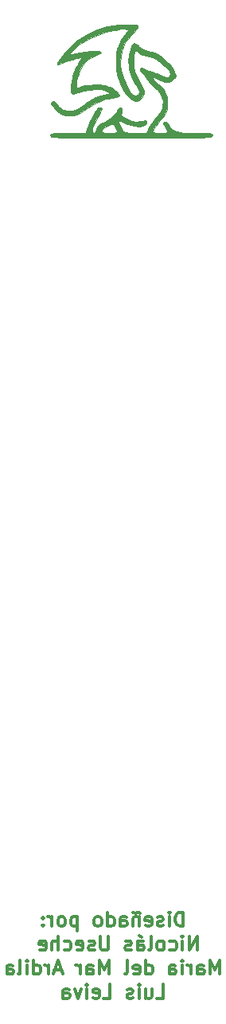
<source format=gbr>
G04 #@! TF.GenerationSoftware,KiCad,Pcbnew,(5.1.0)-1*
G04 #@! TF.CreationDate,2020-01-25T11:11:20-05:00*
G04 #@! TF.ProjectId,XLR8_V2,584c5238-5f56-4322-9e6b-696361645f70,rev?*
G04 #@! TF.SameCoordinates,Original*
G04 #@! TF.FileFunction,Legend,Bot*
G04 #@! TF.FilePolarity,Positive*
%FSLAX46Y46*%
G04 Gerber Fmt 4.6, Leading zero omitted, Abs format (unit mm)*
G04 Created by KiCad (PCBNEW (5.1.0)-1) date 2020-01-25 11:11:20*
%MOMM*%
%LPD*%
G04 APERTURE LIST*
%ADD10C,0.300000*%
%ADD11C,0.010000*%
G04 APERTURE END LIST*
D10*
X113964285Y-225103571D02*
X113964285Y-223603571D01*
X113607142Y-223603571D01*
X113392857Y-223675000D01*
X113250000Y-223817857D01*
X113178571Y-223960714D01*
X113107142Y-224246428D01*
X113107142Y-224460714D01*
X113178571Y-224746428D01*
X113250000Y-224889285D01*
X113392857Y-225032142D01*
X113607142Y-225103571D01*
X113964285Y-225103571D01*
X112464285Y-225103571D02*
X112464285Y-224103571D01*
X112464285Y-223603571D02*
X112535714Y-223675000D01*
X112464285Y-223746428D01*
X112392857Y-223675000D01*
X112464285Y-223603571D01*
X112464285Y-223746428D01*
X111821428Y-225032142D02*
X111678571Y-225103571D01*
X111392857Y-225103571D01*
X111250000Y-225032142D01*
X111178571Y-224889285D01*
X111178571Y-224817857D01*
X111250000Y-224675000D01*
X111392857Y-224603571D01*
X111607142Y-224603571D01*
X111750000Y-224532142D01*
X111821428Y-224389285D01*
X111821428Y-224317857D01*
X111750000Y-224175000D01*
X111607142Y-224103571D01*
X111392857Y-224103571D01*
X111250000Y-224175000D01*
X109964285Y-225032142D02*
X110107142Y-225103571D01*
X110392857Y-225103571D01*
X110535714Y-225032142D01*
X110607142Y-224889285D01*
X110607142Y-224317857D01*
X110535714Y-224175000D01*
X110392857Y-224103571D01*
X110107142Y-224103571D01*
X109964285Y-224175000D01*
X109892857Y-224317857D01*
X109892857Y-224460714D01*
X110607142Y-224603571D01*
X109250000Y-224103571D02*
X109250000Y-225103571D01*
X109250000Y-224246428D02*
X109178571Y-224175000D01*
X109035714Y-224103571D01*
X108821428Y-224103571D01*
X108678571Y-224175000D01*
X108607142Y-224317857D01*
X108607142Y-225103571D01*
X109321428Y-223746428D02*
X109250000Y-223675000D01*
X109107142Y-223603571D01*
X108821428Y-223746428D01*
X108678571Y-223675000D01*
X108607142Y-223603571D01*
X107250000Y-225103571D02*
X107250000Y-224317857D01*
X107321428Y-224175000D01*
X107464285Y-224103571D01*
X107750000Y-224103571D01*
X107892857Y-224175000D01*
X107250000Y-225032142D02*
X107392857Y-225103571D01*
X107750000Y-225103571D01*
X107892857Y-225032142D01*
X107964285Y-224889285D01*
X107964285Y-224746428D01*
X107892857Y-224603571D01*
X107750000Y-224532142D01*
X107392857Y-224532142D01*
X107250000Y-224460714D01*
X105892857Y-225103571D02*
X105892857Y-223603571D01*
X105892857Y-225032142D02*
X106035714Y-225103571D01*
X106321428Y-225103571D01*
X106464285Y-225032142D01*
X106535714Y-224960714D01*
X106607142Y-224817857D01*
X106607142Y-224389285D01*
X106535714Y-224246428D01*
X106464285Y-224175000D01*
X106321428Y-224103571D01*
X106035714Y-224103571D01*
X105892857Y-224175000D01*
X104964285Y-225103571D02*
X105107142Y-225032142D01*
X105178571Y-224960714D01*
X105250000Y-224817857D01*
X105250000Y-224389285D01*
X105178571Y-224246428D01*
X105107142Y-224175000D01*
X104964285Y-224103571D01*
X104750000Y-224103571D01*
X104607142Y-224175000D01*
X104535714Y-224246428D01*
X104464285Y-224389285D01*
X104464285Y-224817857D01*
X104535714Y-224960714D01*
X104607142Y-225032142D01*
X104750000Y-225103571D01*
X104964285Y-225103571D01*
X102678571Y-224103571D02*
X102678571Y-225603571D01*
X102678571Y-224175000D02*
X102535714Y-224103571D01*
X102250000Y-224103571D01*
X102107142Y-224175000D01*
X102035714Y-224246428D01*
X101964285Y-224389285D01*
X101964285Y-224817857D01*
X102035714Y-224960714D01*
X102107142Y-225032142D01*
X102250000Y-225103571D01*
X102535714Y-225103571D01*
X102678571Y-225032142D01*
X101107142Y-225103571D02*
X101250000Y-225032142D01*
X101321428Y-224960714D01*
X101392857Y-224817857D01*
X101392857Y-224389285D01*
X101321428Y-224246428D01*
X101250000Y-224175000D01*
X101107142Y-224103571D01*
X100892857Y-224103571D01*
X100750000Y-224175000D01*
X100678571Y-224246428D01*
X100607142Y-224389285D01*
X100607142Y-224817857D01*
X100678571Y-224960714D01*
X100750000Y-225032142D01*
X100892857Y-225103571D01*
X101107142Y-225103571D01*
X99964285Y-225103571D02*
X99964285Y-224103571D01*
X99964285Y-224389285D02*
X99892857Y-224246428D01*
X99821428Y-224175000D01*
X99678571Y-224103571D01*
X99535714Y-224103571D01*
X99035714Y-224960714D02*
X98964285Y-225032142D01*
X99035714Y-225103571D01*
X99107142Y-225032142D01*
X99035714Y-224960714D01*
X99035714Y-225103571D01*
X99035714Y-224175000D02*
X98964285Y-224246428D01*
X99035714Y-224317857D01*
X99107142Y-224246428D01*
X99035714Y-224175000D01*
X99035714Y-224317857D01*
X115428571Y-227653571D02*
X115428571Y-226153571D01*
X114571428Y-227653571D01*
X114571428Y-226153571D01*
X113857142Y-227653571D02*
X113857142Y-226653571D01*
X113857142Y-226153571D02*
X113928571Y-226225000D01*
X113857142Y-226296428D01*
X113785714Y-226225000D01*
X113857142Y-226153571D01*
X113857142Y-226296428D01*
X112500000Y-227582142D02*
X112642857Y-227653571D01*
X112928571Y-227653571D01*
X113071428Y-227582142D01*
X113142857Y-227510714D01*
X113214285Y-227367857D01*
X113214285Y-226939285D01*
X113142857Y-226796428D01*
X113071428Y-226725000D01*
X112928571Y-226653571D01*
X112642857Y-226653571D01*
X112500000Y-226725000D01*
X111642857Y-227653571D02*
X111785714Y-227582142D01*
X111857142Y-227510714D01*
X111928571Y-227367857D01*
X111928571Y-226939285D01*
X111857142Y-226796428D01*
X111785714Y-226725000D01*
X111642857Y-226653571D01*
X111428571Y-226653571D01*
X111285714Y-226725000D01*
X111214285Y-226796428D01*
X111142857Y-226939285D01*
X111142857Y-227367857D01*
X111214285Y-227510714D01*
X111285714Y-227582142D01*
X111428571Y-227653571D01*
X111642857Y-227653571D01*
X110285714Y-227653571D02*
X110428571Y-227582142D01*
X110500000Y-227439285D01*
X110500000Y-226153571D01*
X109071428Y-227653571D02*
X109071428Y-226867857D01*
X109142857Y-226725000D01*
X109285714Y-226653571D01*
X109571428Y-226653571D01*
X109714285Y-226725000D01*
X109071428Y-227582142D02*
X109214285Y-227653571D01*
X109571428Y-227653571D01*
X109714285Y-227582142D01*
X109785714Y-227439285D01*
X109785714Y-227296428D01*
X109714285Y-227153571D01*
X109571428Y-227082142D01*
X109214285Y-227082142D01*
X109071428Y-227010714D01*
X109285714Y-226082142D02*
X109500000Y-226296428D01*
X108428571Y-227582142D02*
X108285714Y-227653571D01*
X108000000Y-227653571D01*
X107857142Y-227582142D01*
X107785714Y-227439285D01*
X107785714Y-227367857D01*
X107857142Y-227225000D01*
X108000000Y-227153571D01*
X108214285Y-227153571D01*
X108357142Y-227082142D01*
X108428571Y-226939285D01*
X108428571Y-226867857D01*
X108357142Y-226725000D01*
X108214285Y-226653571D01*
X108000000Y-226653571D01*
X107857142Y-226725000D01*
X106000000Y-226153571D02*
X106000000Y-227367857D01*
X105928571Y-227510714D01*
X105857142Y-227582142D01*
X105714285Y-227653571D01*
X105428571Y-227653571D01*
X105285714Y-227582142D01*
X105214285Y-227510714D01*
X105142857Y-227367857D01*
X105142857Y-226153571D01*
X104500000Y-227582142D02*
X104357142Y-227653571D01*
X104071428Y-227653571D01*
X103928571Y-227582142D01*
X103857142Y-227439285D01*
X103857142Y-227367857D01*
X103928571Y-227225000D01*
X104071428Y-227153571D01*
X104285714Y-227153571D01*
X104428571Y-227082142D01*
X104500000Y-226939285D01*
X104500000Y-226867857D01*
X104428571Y-226725000D01*
X104285714Y-226653571D01*
X104071428Y-226653571D01*
X103928571Y-226725000D01*
X102642857Y-227582142D02*
X102785714Y-227653571D01*
X103071428Y-227653571D01*
X103214285Y-227582142D01*
X103285714Y-227439285D01*
X103285714Y-226867857D01*
X103214285Y-226725000D01*
X103071428Y-226653571D01*
X102785714Y-226653571D01*
X102642857Y-226725000D01*
X102571428Y-226867857D01*
X102571428Y-227010714D01*
X103285714Y-227153571D01*
X101285714Y-227582142D02*
X101428571Y-227653571D01*
X101714285Y-227653571D01*
X101857142Y-227582142D01*
X101928571Y-227510714D01*
X102000000Y-227367857D01*
X102000000Y-226939285D01*
X101928571Y-226796428D01*
X101857142Y-226725000D01*
X101714285Y-226653571D01*
X101428571Y-226653571D01*
X101285714Y-226725000D01*
X100642857Y-227653571D02*
X100642857Y-226153571D01*
X100000000Y-227653571D02*
X100000000Y-226867857D01*
X100071428Y-226725000D01*
X100214285Y-226653571D01*
X100428571Y-226653571D01*
X100571428Y-226725000D01*
X100642857Y-226796428D01*
X98714285Y-227582142D02*
X98857142Y-227653571D01*
X99142857Y-227653571D01*
X99285714Y-227582142D01*
X99357142Y-227439285D01*
X99357142Y-226867857D01*
X99285714Y-226725000D01*
X99142857Y-226653571D01*
X98857142Y-226653571D01*
X98714285Y-226725000D01*
X98642857Y-226867857D01*
X98642857Y-227010714D01*
X99357142Y-227153571D01*
X117821428Y-230203571D02*
X117821428Y-228703571D01*
X117321428Y-229775000D01*
X116821428Y-228703571D01*
X116821428Y-230203571D01*
X115464285Y-230203571D02*
X115464285Y-229417857D01*
X115535714Y-229275000D01*
X115678571Y-229203571D01*
X115964285Y-229203571D01*
X116107142Y-229275000D01*
X115464285Y-230132142D02*
X115607142Y-230203571D01*
X115964285Y-230203571D01*
X116107142Y-230132142D01*
X116178571Y-229989285D01*
X116178571Y-229846428D01*
X116107142Y-229703571D01*
X115964285Y-229632142D01*
X115607142Y-229632142D01*
X115464285Y-229560714D01*
X114750000Y-230203571D02*
X114750000Y-229203571D01*
X114750000Y-229489285D02*
X114678571Y-229346428D01*
X114607142Y-229275000D01*
X114464285Y-229203571D01*
X114321428Y-229203571D01*
X113821428Y-230203571D02*
X113821428Y-229203571D01*
X113821428Y-228703571D02*
X113892857Y-228775000D01*
X113821428Y-228846428D01*
X113750000Y-228775000D01*
X113821428Y-228703571D01*
X113821428Y-228846428D01*
X112464285Y-230203571D02*
X112464285Y-229417857D01*
X112535714Y-229275000D01*
X112678571Y-229203571D01*
X112964285Y-229203571D01*
X113107142Y-229275000D01*
X112464285Y-230132142D02*
X112607142Y-230203571D01*
X112964285Y-230203571D01*
X113107142Y-230132142D01*
X113178571Y-229989285D01*
X113178571Y-229846428D01*
X113107142Y-229703571D01*
X112964285Y-229632142D01*
X112607142Y-229632142D01*
X112464285Y-229560714D01*
X109964285Y-230203571D02*
X109964285Y-228703571D01*
X109964285Y-230132142D02*
X110107142Y-230203571D01*
X110392857Y-230203571D01*
X110535714Y-230132142D01*
X110607142Y-230060714D01*
X110678571Y-229917857D01*
X110678571Y-229489285D01*
X110607142Y-229346428D01*
X110535714Y-229275000D01*
X110392857Y-229203571D01*
X110107142Y-229203571D01*
X109964285Y-229275000D01*
X108678571Y-230132142D02*
X108821428Y-230203571D01*
X109107142Y-230203571D01*
X109250000Y-230132142D01*
X109321428Y-229989285D01*
X109321428Y-229417857D01*
X109250000Y-229275000D01*
X109107142Y-229203571D01*
X108821428Y-229203571D01*
X108678571Y-229275000D01*
X108607142Y-229417857D01*
X108607142Y-229560714D01*
X109321428Y-229703571D01*
X107750000Y-230203571D02*
X107892857Y-230132142D01*
X107964285Y-229989285D01*
X107964285Y-228703571D01*
X106035714Y-230203571D02*
X106035714Y-228703571D01*
X105535714Y-229775000D01*
X105035714Y-228703571D01*
X105035714Y-230203571D01*
X103678571Y-230203571D02*
X103678571Y-229417857D01*
X103750000Y-229275000D01*
X103892857Y-229203571D01*
X104178571Y-229203571D01*
X104321428Y-229275000D01*
X103678571Y-230132142D02*
X103821428Y-230203571D01*
X104178571Y-230203571D01*
X104321428Y-230132142D01*
X104392857Y-229989285D01*
X104392857Y-229846428D01*
X104321428Y-229703571D01*
X104178571Y-229632142D01*
X103821428Y-229632142D01*
X103678571Y-229560714D01*
X102964285Y-230203571D02*
X102964285Y-229203571D01*
X102964285Y-229489285D02*
X102892857Y-229346428D01*
X102821428Y-229275000D01*
X102678571Y-229203571D01*
X102535714Y-229203571D01*
X100964285Y-229775000D02*
X100250000Y-229775000D01*
X101107142Y-230203571D02*
X100607142Y-228703571D01*
X100107142Y-230203571D01*
X99607142Y-230203571D02*
X99607142Y-229203571D01*
X99607142Y-229489285D02*
X99535714Y-229346428D01*
X99464285Y-229275000D01*
X99321428Y-229203571D01*
X99178571Y-229203571D01*
X98035714Y-230203571D02*
X98035714Y-228703571D01*
X98035714Y-230132142D02*
X98178571Y-230203571D01*
X98464285Y-230203571D01*
X98607142Y-230132142D01*
X98678571Y-230060714D01*
X98750000Y-229917857D01*
X98750000Y-229489285D01*
X98678571Y-229346428D01*
X98607142Y-229275000D01*
X98464285Y-229203571D01*
X98178571Y-229203571D01*
X98035714Y-229275000D01*
X97321428Y-230203571D02*
X97321428Y-229203571D01*
X97321428Y-228703571D02*
X97392857Y-228775000D01*
X97321428Y-228846428D01*
X97250000Y-228775000D01*
X97321428Y-228703571D01*
X97321428Y-228846428D01*
X96392857Y-230203571D02*
X96535714Y-230132142D01*
X96607142Y-229989285D01*
X96607142Y-228703571D01*
X95178571Y-230203571D02*
X95178571Y-229417857D01*
X95250000Y-229275000D01*
X95392857Y-229203571D01*
X95678571Y-229203571D01*
X95821428Y-229275000D01*
X95178571Y-230132142D02*
X95321428Y-230203571D01*
X95678571Y-230203571D01*
X95821428Y-230132142D01*
X95892857Y-229989285D01*
X95892857Y-229846428D01*
X95821428Y-229703571D01*
X95678571Y-229632142D01*
X95321428Y-229632142D01*
X95178571Y-229560714D01*
X111107142Y-232753571D02*
X111821428Y-232753571D01*
X111821428Y-231253571D01*
X109964285Y-231753571D02*
X109964285Y-232753571D01*
X110607142Y-231753571D02*
X110607142Y-232539285D01*
X110535714Y-232682142D01*
X110392857Y-232753571D01*
X110178571Y-232753571D01*
X110035714Y-232682142D01*
X109964285Y-232610714D01*
X109250000Y-232753571D02*
X109250000Y-231753571D01*
X109250000Y-231253571D02*
X109321428Y-231325000D01*
X109250000Y-231396428D01*
X109178571Y-231325000D01*
X109250000Y-231253571D01*
X109250000Y-231396428D01*
X108607142Y-232682142D02*
X108464285Y-232753571D01*
X108178571Y-232753571D01*
X108035714Y-232682142D01*
X107964285Y-232539285D01*
X107964285Y-232467857D01*
X108035714Y-232325000D01*
X108178571Y-232253571D01*
X108392857Y-232253571D01*
X108535714Y-232182142D01*
X108607142Y-232039285D01*
X108607142Y-231967857D01*
X108535714Y-231825000D01*
X108392857Y-231753571D01*
X108178571Y-231753571D01*
X108035714Y-231825000D01*
X105464285Y-232753571D02*
X106178571Y-232753571D01*
X106178571Y-231253571D01*
X104392857Y-232682142D02*
X104535714Y-232753571D01*
X104821428Y-232753571D01*
X104964285Y-232682142D01*
X105035714Y-232539285D01*
X105035714Y-231967857D01*
X104964285Y-231825000D01*
X104821428Y-231753571D01*
X104535714Y-231753571D01*
X104392857Y-231825000D01*
X104321428Y-231967857D01*
X104321428Y-232110714D01*
X105035714Y-232253571D01*
X103678571Y-232753571D02*
X103678571Y-231753571D01*
X103678571Y-231253571D02*
X103750000Y-231325000D01*
X103678571Y-231396428D01*
X103607142Y-231325000D01*
X103678571Y-231253571D01*
X103678571Y-231396428D01*
X103107142Y-231753571D02*
X102750000Y-232753571D01*
X102392857Y-231753571D01*
X101178571Y-232753571D02*
X101178571Y-231967857D01*
X101250000Y-231825000D01*
X101392857Y-231753571D01*
X101678571Y-231753571D01*
X101821428Y-231825000D01*
X101178571Y-232682142D02*
X101321428Y-232753571D01*
X101678571Y-232753571D01*
X101821428Y-232682142D01*
X101892857Y-232539285D01*
X101892857Y-232396428D01*
X101821428Y-232253571D01*
X101678571Y-232182142D01*
X101321428Y-232182142D01*
X101178571Y-232110714D01*
D11*
G36*
X108729034Y-129209293D02*
G01*
X108926466Y-129231001D01*
X109042875Y-129269309D01*
X109107661Y-129327683D01*
X109113370Y-129336212D01*
X109138801Y-129424552D01*
X109096962Y-129540509D01*
X108970774Y-129710851D01*
X108743159Y-129962344D01*
X108654207Y-130055879D01*
X108304598Y-130430522D01*
X108049210Y-130734084D01*
X107858076Y-131010598D01*
X107701231Y-131304097D01*
X107548708Y-131658614D01*
X107527808Y-131711040D01*
X107299723Y-132509256D01*
X107239470Y-133329473D01*
X107347027Y-134172091D01*
X107377888Y-134301449D01*
X107551776Y-134858692D01*
X107789592Y-135441367D01*
X108063137Y-135988098D01*
X108344214Y-136437506D01*
X108383568Y-136490484D01*
X108616123Y-136702136D01*
X108863345Y-136774710D01*
X109089674Y-136703861D01*
X109200864Y-136590395D01*
X109271713Y-136423735D01*
X109252537Y-136226225D01*
X109134088Y-135968534D01*
X108907116Y-135621332D01*
X108885825Y-135591377D01*
X108617725Y-135169324D01*
X108421441Y-134737296D01*
X108272717Y-134234605D01*
X108193428Y-133859121D01*
X108134127Y-133509647D01*
X108110355Y-133229385D01*
X108122430Y-132949311D01*
X108170668Y-132600400D01*
X108199996Y-132427047D01*
X108311254Y-131884468D01*
X108430424Y-131502277D01*
X108561300Y-131271575D01*
X108707676Y-131183467D01*
X108730991Y-131182000D01*
X108870611Y-131239466D01*
X109069304Y-131387185D01*
X109210081Y-131519042D01*
X109530758Y-131780519D01*
X109933375Y-131977711D01*
X110455976Y-132128057D01*
X110608666Y-132160137D01*
X111114218Y-132330174D01*
X111615873Y-132623545D01*
X112020874Y-132971993D01*
X112254211Y-133205702D01*
X112477238Y-133413559D01*
X112591449Y-133510333D01*
X112746994Y-133694799D01*
X112905416Y-133986037D01*
X112992758Y-134201794D01*
X113089534Y-134487689D01*
X113129615Y-134667328D01*
X113115730Y-134793017D01*
X113050605Y-134917064D01*
X113031588Y-134946406D01*
X112773465Y-135196720D01*
X112424869Y-135317257D01*
X112005847Y-135306533D01*
X111536443Y-135163065D01*
X111344762Y-135071189D01*
X111014432Y-134914941D01*
X110784652Y-134842345D01*
X110667645Y-134852196D01*
X110675638Y-134943293D01*
X110820854Y-135114430D01*
X110828710Y-135121987D01*
X111061184Y-135332762D01*
X111335725Y-135566162D01*
X111435945Y-135647407D01*
X111705836Y-135923250D01*
X111950694Y-136279559D01*
X112015357Y-136401228D01*
X112142079Y-136690873D01*
X112214070Y-136957462D01*
X112245604Y-137271469D01*
X112251267Y-137566154D01*
X112243147Y-137904903D01*
X112207270Y-138188652D01*
X112128606Y-138450573D01*
X111992120Y-138723837D01*
X111782779Y-139041617D01*
X111485551Y-139437084D01*
X111291302Y-139684398D01*
X111005301Y-140053094D01*
X110820298Y-140314988D01*
X110726542Y-140491374D01*
X110714284Y-140603546D01*
X110773774Y-140672800D01*
X110827258Y-140697941D01*
X110986308Y-140728045D01*
X111239282Y-140744746D01*
X111539901Y-140748913D01*
X111841892Y-140741413D01*
X112098976Y-140723114D01*
X112264880Y-140694884D01*
X112302000Y-140670292D01*
X112260232Y-140560480D01*
X112152147Y-140357910D01*
X112039184Y-140168470D01*
X111906902Y-139927146D01*
X111834403Y-139736638D01*
X111832515Y-139654844D01*
X111968484Y-139561836D01*
X112148914Y-139606305D01*
X112340468Y-139775323D01*
X112416955Y-139881500D01*
X112596224Y-140142644D01*
X112777872Y-140345355D01*
X112985832Y-140496972D01*
X113244042Y-140604841D01*
X113576436Y-140676302D01*
X114006949Y-140718699D01*
X114559517Y-140739373D01*
X115233799Y-140745617D01*
X115815400Y-140749068D01*
X116249791Y-140757498D01*
X116559066Y-140772581D01*
X116765315Y-140795991D01*
X116890631Y-140829403D01*
X116957106Y-140874489D01*
X116958666Y-140876333D01*
X117021385Y-141011846D01*
X116958666Y-141130333D01*
X116925757Y-141151349D01*
X116857605Y-141169956D01*
X116744633Y-141186296D01*
X116577262Y-141200511D01*
X116345914Y-141212744D01*
X116041010Y-141223136D01*
X115652972Y-141231831D01*
X115172222Y-141238970D01*
X114589182Y-141244695D01*
X113894273Y-141249150D01*
X113077917Y-141252475D01*
X112130536Y-141254814D01*
X111042551Y-141256308D01*
X109804384Y-141257101D01*
X108407333Y-141257333D01*
X107009503Y-141257100D01*
X105771428Y-141256308D01*
X104683529Y-141254813D01*
X103736228Y-141252474D01*
X102919947Y-141249147D01*
X102225107Y-141244692D01*
X101642130Y-141238966D01*
X101161438Y-141231826D01*
X100773452Y-141223130D01*
X100468594Y-141212737D01*
X100237287Y-141200503D01*
X100069951Y-141186287D01*
X99957008Y-141169945D01*
X99888880Y-141151337D01*
X99856000Y-141130333D01*
X99793280Y-140994820D01*
X99856000Y-140876333D01*
X99916990Y-140833117D01*
X100032574Y-140800608D01*
X100223755Y-140777407D01*
X100511536Y-140762118D01*
X100916921Y-140753343D01*
X101460914Y-140749683D01*
X101764562Y-140749333D01*
X103567724Y-140749333D01*
X103711904Y-140304833D01*
X103818196Y-140020560D01*
X103972456Y-139661546D01*
X104154849Y-139268387D01*
X104345541Y-138881682D01*
X104524697Y-138542027D01*
X104672481Y-138290019D01*
X104746053Y-138188166D01*
X104909214Y-138075844D01*
X105091055Y-138041267D01*
X105231808Y-138085493D01*
X105274666Y-138178802D01*
X105232432Y-138326354D01*
X105124256Y-138553396D01*
X105035721Y-138707969D01*
X104839363Y-139052484D01*
X104635549Y-139448754D01*
X104450220Y-139842573D01*
X104309316Y-140179740D01*
X104254651Y-140340000D01*
X104236681Y-140560489D01*
X104307097Y-140669726D01*
X104477041Y-140735704D01*
X104617468Y-140645037D01*
X104635550Y-140599436D01*
X105270418Y-140599436D01*
X105380500Y-140693260D01*
X105524413Y-140718923D01*
X105772710Y-140734882D01*
X106077675Y-140741368D01*
X106391594Y-140738613D01*
X106666750Y-140726848D01*
X106855429Y-140706305D01*
X106911180Y-140685833D01*
X106899961Y-140579928D01*
X106831666Y-140372125D01*
X106751738Y-140178067D01*
X106654674Y-139966256D01*
X106567708Y-139839055D01*
X106457717Y-139794366D01*
X106291582Y-139830090D01*
X106036181Y-139944129D01*
X105703289Y-140111653D01*
X105434780Y-140282875D01*
X105286372Y-140452890D01*
X105270418Y-140599436D01*
X104635550Y-140599436D01*
X104710672Y-140409998D01*
X104715298Y-140386716D01*
X104774371Y-140179775D01*
X104883177Y-140013498D01*
X105072157Y-139860416D01*
X105371754Y-139693058D01*
X105613706Y-139576039D01*
X106147639Y-139262737D01*
X106577606Y-138882150D01*
X106874481Y-138461392D01*
X106922668Y-138357500D01*
X107066409Y-138115636D01*
X107217430Y-138040000D01*
X107371650Y-138109226D01*
X107443640Y-138279901D01*
X107414724Y-138496520D01*
X107389504Y-138551417D01*
X107329827Y-138707397D01*
X107354411Y-138837006D01*
X107483825Y-138964993D01*
X107738641Y-139116106D01*
X107946313Y-139221303D01*
X108494925Y-139448414D01*
X108964933Y-139545057D01*
X109381273Y-139514754D01*
X109579532Y-139452133D01*
X109826721Y-139370307D01*
X109959628Y-139385650D01*
X110010838Y-139511052D01*
X110016000Y-139624764D01*
X109970256Y-139784664D01*
X109808339Y-139908977D01*
X109701223Y-139958162D01*
X109234065Y-140062959D01*
X108689019Y-140021986D01*
X108072857Y-139836123D01*
X107779354Y-139707907D01*
X107478338Y-139566677D01*
X107240929Y-139458529D01*
X107104280Y-139400253D01*
X107086212Y-139394666D01*
X107041425Y-139458591D01*
X107072357Y-139624945D01*
X107160300Y-139855594D01*
X107286545Y-140112408D01*
X107432386Y-140357254D01*
X107579112Y-140551999D01*
X107705780Y-140657514D01*
X107866637Y-140693127D01*
X108155858Y-140722302D01*
X108532510Y-140742038D01*
X108955658Y-140749333D01*
X110008076Y-140749333D01*
X110170776Y-140389500D01*
X110293492Y-140169784D01*
X110493340Y-139867043D01*
X110738521Y-139527895D01*
X110907142Y-139310000D01*
X111273074Y-138829818D01*
X111529452Y-138436237D01*
X111689725Y-138099481D01*
X111767343Y-137789773D01*
X111775755Y-137477337D01*
X111769252Y-137401354D01*
X111682096Y-136945033D01*
X111508775Y-136550006D01*
X111227350Y-136183466D01*
X110815881Y-135812608D01*
X110593867Y-135643908D01*
X110358419Y-135417750D01*
X110165343Y-135142701D01*
X110133808Y-135078881D01*
X109970309Y-134811818D01*
X109741202Y-134551522D01*
X109661774Y-134481677D01*
X109447705Y-134265078D01*
X109339420Y-134061501D01*
X109342491Y-133901138D01*
X109462491Y-133814187D01*
X109537211Y-133806666D01*
X109747116Y-133867603D01*
X109882677Y-133969013D01*
X110046793Y-134074853D01*
X110328993Y-134183707D01*
X110636633Y-134266652D01*
X111016094Y-134373115D01*
X111398362Y-134515319D01*
X111664989Y-134643556D01*
X111931187Y-134782336D01*
X112117807Y-134835157D01*
X112282015Y-134815936D01*
X112321156Y-134803301D01*
X112508312Y-134669283D01*
X112550703Y-134456311D01*
X112447166Y-134180063D01*
X112302107Y-133993611D01*
X112059596Y-133743570D01*
X111759560Y-133465352D01*
X111441926Y-133194367D01*
X111146620Y-132966026D01*
X110913568Y-132815742D01*
X110902313Y-132809917D01*
X110676617Y-132719773D01*
X110360712Y-132622013D01*
X110019247Y-132533592D01*
X109716864Y-132471467D01*
X109537729Y-132451999D01*
X109466137Y-132401375D01*
X109310960Y-132272665D01*
X109210266Y-132185413D01*
X109010942Y-132037150D01*
X108869066Y-131982906D01*
X108834312Y-131994913D01*
X108760278Y-132155192D01*
X108700201Y-132437060D01*
X108658538Y-132793039D01*
X108639748Y-133175650D01*
X108648288Y-133537415D01*
X108670581Y-133738731D01*
X108793174Y-134238626D01*
X108989096Y-134746508D01*
X109229054Y-135193503D01*
X109375446Y-135396019D01*
X109645729Y-135816163D01*
X109769379Y-136236782D01*
X109743988Y-136634933D01*
X109567151Y-136987673D01*
X109545229Y-137014624D01*
X109250088Y-137257457D01*
X108919744Y-137344052D01*
X108573065Y-137278640D01*
X108228921Y-137065452D01*
X107906181Y-136708717D01*
X107855995Y-136635901D01*
X107425833Y-135926991D01*
X107120360Y-135265510D01*
X106925394Y-134601992D01*
X106826756Y-133886969D01*
X106810265Y-133070975D01*
X106812211Y-132994876D01*
X106827227Y-132539922D01*
X106847746Y-132209784D01*
X106882622Y-131959975D01*
X106940706Y-131746012D01*
X107030850Y-131523407D01*
X107158519Y-131254637D01*
X107355775Y-130883541D01*
X107581678Y-130509214D01*
X107790422Y-130207114D01*
X107808681Y-130183665D01*
X108143789Y-129759721D01*
X107873394Y-129713639D01*
X107720165Y-129692679D01*
X107563050Y-129687763D01*
X107364680Y-129702123D01*
X107087685Y-129738988D01*
X106694694Y-129801590D01*
X106520200Y-129830619D01*
X105709734Y-130020394D01*
X104852925Y-130316640D01*
X104010570Y-130694696D01*
X103243463Y-131129902D01*
X103124805Y-131207869D01*
X102863412Y-131397186D01*
X102580912Y-131623327D01*
X102305773Y-131860443D01*
X102066463Y-132082684D01*
X101891451Y-132264199D01*
X101809204Y-132379139D01*
X101809756Y-132401978D01*
X101903159Y-132400399D01*
X102119569Y-132364068D01*
X102417959Y-132300263D01*
X102523367Y-132275397D01*
X103015950Y-132175832D01*
X103549308Y-132099831D01*
X104075069Y-132051540D01*
X104544859Y-132035105D01*
X104910308Y-132054671D01*
X104976771Y-132065120D01*
X105163915Y-132114344D01*
X105216475Y-132174591D01*
X105126626Y-132256452D01*
X104886542Y-132370518D01*
X104693529Y-132448508D01*
X104165434Y-132690042D01*
X103746588Y-132971174D01*
X103407957Y-133323080D01*
X103120510Y-133776935D01*
X102855214Y-134363914D01*
X102815670Y-134465022D01*
X102701368Y-134812435D01*
X102617362Y-135165829D01*
X102568184Y-135488698D01*
X102558367Y-135744532D01*
X102592442Y-135896827D01*
X102634632Y-135923333D01*
X102747951Y-135899688D01*
X102967698Y-135838681D01*
X103163799Y-135779146D01*
X103518272Y-135698584D01*
X103978187Y-135650312D01*
X104573034Y-135631369D01*
X104639666Y-135630979D01*
X105083031Y-135632208D01*
X105400502Y-135644367D01*
X105635464Y-135674047D01*
X105831303Y-135727838D01*
X106031401Y-135812332D01*
X106122391Y-135856222D01*
X106437862Y-136039095D01*
X106739472Y-136258802D01*
X106882331Y-136387966D01*
X107068135Y-136613702D01*
X107119055Y-136780821D01*
X107026806Y-136899491D01*
X106783100Y-136979881D01*
X106379652Y-137032160D01*
X106355754Y-137034168D01*
X105972122Y-137077359D01*
X105622819Y-137147642D01*
X105280391Y-137257470D01*
X104917382Y-137419296D01*
X104506339Y-137645574D01*
X104019807Y-137948758D01*
X103430331Y-138341299D01*
X103342790Y-138400848D01*
X102813211Y-138709920D01*
X102319961Y-138879171D01*
X101822055Y-138919433D01*
X101505500Y-138886422D01*
X101184423Y-138808392D01*
X100879852Y-138693888D01*
X100783238Y-138643919D01*
X100551846Y-138473083D01*
X100312185Y-138242186D01*
X100097012Y-137990517D01*
X99939086Y-137757366D01*
X99871164Y-137582022D01*
X99872196Y-137551227D01*
X99962876Y-137410599D01*
X100123889Y-137383198D01*
X100301934Y-137466546D01*
X100399473Y-137575746D01*
X100758262Y-138003179D01*
X101179721Y-138276512D01*
X101678576Y-138404048D01*
X101889622Y-138415992D01*
X102189349Y-138402275D01*
X102435687Y-138337338D01*
X102706830Y-138196833D01*
X102820955Y-138126001D01*
X103093610Y-137945170D01*
X103329543Y-137775715D01*
X103454333Y-137674617D01*
X103762871Y-137439689D01*
X104169021Y-137199917D01*
X104626723Y-136975736D01*
X105089916Y-136787586D01*
X105512538Y-136655904D01*
X105848529Y-136601128D01*
X105874726Y-136600666D01*
X106061017Y-136574010D01*
X106094033Y-136501828D01*
X105979878Y-136395799D01*
X105724655Y-136267602D01*
X105694096Y-136255020D01*
X105208772Y-136129409D01*
X104620988Y-136092859D01*
X103971692Y-136144383D01*
X103301835Y-136282999D01*
X103188638Y-136315220D01*
X102743846Y-136446563D01*
X102434933Y-136532310D01*
X102235197Y-136574210D01*
X102117937Y-136574013D01*
X102056453Y-136533469D01*
X102024042Y-136454328D01*
X102008332Y-136392578D01*
X101986277Y-136130359D01*
X102010304Y-135755187D01*
X102072735Y-135314684D01*
X102165894Y-134856469D01*
X102282105Y-134428165D01*
X102361754Y-134200087D01*
X102524117Y-133830961D01*
X102718466Y-133454065D01*
X102875531Y-133193397D01*
X103019885Y-132962543D01*
X103106737Y-132790977D01*
X103118818Y-132723262D01*
X103017590Y-132721427D01*
X102792515Y-132763232D01*
X102480270Y-132838408D01*
X102117531Y-132936684D01*
X101740972Y-133047787D01*
X101387269Y-133161448D01*
X101093099Y-133267396D01*
X100935500Y-133334697D01*
X100698937Y-133432892D01*
X100558493Y-133457626D01*
X100533333Y-133434000D01*
X100586999Y-133282575D01*
X100733256Y-133036107D01*
X100949990Y-132724120D01*
X101215088Y-132376139D01*
X101506437Y-132021686D01*
X101801922Y-131690286D01*
X101967376Y-131519385D01*
X102793331Y-130815837D01*
X103729865Y-130231404D01*
X104761606Y-129772017D01*
X105873185Y-129443609D01*
X107049231Y-129252108D01*
X107973507Y-129201809D01*
X108421181Y-129200718D01*
X108729034Y-129209293D01*
X108729034Y-129209293D01*
G37*
X108729034Y-129209293D02*
X108926466Y-129231001D01*
X109042875Y-129269309D01*
X109107661Y-129327683D01*
X109113370Y-129336212D01*
X109138801Y-129424552D01*
X109096962Y-129540509D01*
X108970774Y-129710851D01*
X108743159Y-129962344D01*
X108654207Y-130055879D01*
X108304598Y-130430522D01*
X108049210Y-130734084D01*
X107858076Y-131010598D01*
X107701231Y-131304097D01*
X107548708Y-131658614D01*
X107527808Y-131711040D01*
X107299723Y-132509256D01*
X107239470Y-133329473D01*
X107347027Y-134172091D01*
X107377888Y-134301449D01*
X107551776Y-134858692D01*
X107789592Y-135441367D01*
X108063137Y-135988098D01*
X108344214Y-136437506D01*
X108383568Y-136490484D01*
X108616123Y-136702136D01*
X108863345Y-136774710D01*
X109089674Y-136703861D01*
X109200864Y-136590395D01*
X109271713Y-136423735D01*
X109252537Y-136226225D01*
X109134088Y-135968534D01*
X108907116Y-135621332D01*
X108885825Y-135591377D01*
X108617725Y-135169324D01*
X108421441Y-134737296D01*
X108272717Y-134234605D01*
X108193428Y-133859121D01*
X108134127Y-133509647D01*
X108110355Y-133229385D01*
X108122430Y-132949311D01*
X108170668Y-132600400D01*
X108199996Y-132427047D01*
X108311254Y-131884468D01*
X108430424Y-131502277D01*
X108561300Y-131271575D01*
X108707676Y-131183467D01*
X108730991Y-131182000D01*
X108870611Y-131239466D01*
X109069304Y-131387185D01*
X109210081Y-131519042D01*
X109530758Y-131780519D01*
X109933375Y-131977711D01*
X110455976Y-132128057D01*
X110608666Y-132160137D01*
X111114218Y-132330174D01*
X111615873Y-132623545D01*
X112020874Y-132971993D01*
X112254211Y-133205702D01*
X112477238Y-133413559D01*
X112591449Y-133510333D01*
X112746994Y-133694799D01*
X112905416Y-133986037D01*
X112992758Y-134201794D01*
X113089534Y-134487689D01*
X113129615Y-134667328D01*
X113115730Y-134793017D01*
X113050605Y-134917064D01*
X113031588Y-134946406D01*
X112773465Y-135196720D01*
X112424869Y-135317257D01*
X112005847Y-135306533D01*
X111536443Y-135163065D01*
X111344762Y-135071189D01*
X111014432Y-134914941D01*
X110784652Y-134842345D01*
X110667645Y-134852196D01*
X110675638Y-134943293D01*
X110820854Y-135114430D01*
X110828710Y-135121987D01*
X111061184Y-135332762D01*
X111335725Y-135566162D01*
X111435945Y-135647407D01*
X111705836Y-135923250D01*
X111950694Y-136279559D01*
X112015357Y-136401228D01*
X112142079Y-136690873D01*
X112214070Y-136957462D01*
X112245604Y-137271469D01*
X112251267Y-137566154D01*
X112243147Y-137904903D01*
X112207270Y-138188652D01*
X112128606Y-138450573D01*
X111992120Y-138723837D01*
X111782779Y-139041617D01*
X111485551Y-139437084D01*
X111291302Y-139684398D01*
X111005301Y-140053094D01*
X110820298Y-140314988D01*
X110726542Y-140491374D01*
X110714284Y-140603546D01*
X110773774Y-140672800D01*
X110827258Y-140697941D01*
X110986308Y-140728045D01*
X111239282Y-140744746D01*
X111539901Y-140748913D01*
X111841892Y-140741413D01*
X112098976Y-140723114D01*
X112264880Y-140694884D01*
X112302000Y-140670292D01*
X112260232Y-140560480D01*
X112152147Y-140357910D01*
X112039184Y-140168470D01*
X111906902Y-139927146D01*
X111834403Y-139736638D01*
X111832515Y-139654844D01*
X111968484Y-139561836D01*
X112148914Y-139606305D01*
X112340468Y-139775323D01*
X112416955Y-139881500D01*
X112596224Y-140142644D01*
X112777872Y-140345355D01*
X112985832Y-140496972D01*
X113244042Y-140604841D01*
X113576436Y-140676302D01*
X114006949Y-140718699D01*
X114559517Y-140739373D01*
X115233799Y-140745617D01*
X115815400Y-140749068D01*
X116249791Y-140757498D01*
X116559066Y-140772581D01*
X116765315Y-140795991D01*
X116890631Y-140829403D01*
X116957106Y-140874489D01*
X116958666Y-140876333D01*
X117021385Y-141011846D01*
X116958666Y-141130333D01*
X116925757Y-141151349D01*
X116857605Y-141169956D01*
X116744633Y-141186296D01*
X116577262Y-141200511D01*
X116345914Y-141212744D01*
X116041010Y-141223136D01*
X115652972Y-141231831D01*
X115172222Y-141238970D01*
X114589182Y-141244695D01*
X113894273Y-141249150D01*
X113077917Y-141252475D01*
X112130536Y-141254814D01*
X111042551Y-141256308D01*
X109804384Y-141257101D01*
X108407333Y-141257333D01*
X107009503Y-141257100D01*
X105771428Y-141256308D01*
X104683529Y-141254813D01*
X103736228Y-141252474D01*
X102919947Y-141249147D01*
X102225107Y-141244692D01*
X101642130Y-141238966D01*
X101161438Y-141231826D01*
X100773452Y-141223130D01*
X100468594Y-141212737D01*
X100237287Y-141200503D01*
X100069951Y-141186287D01*
X99957008Y-141169945D01*
X99888880Y-141151337D01*
X99856000Y-141130333D01*
X99793280Y-140994820D01*
X99856000Y-140876333D01*
X99916990Y-140833117D01*
X100032574Y-140800608D01*
X100223755Y-140777407D01*
X100511536Y-140762118D01*
X100916921Y-140753343D01*
X101460914Y-140749683D01*
X101764562Y-140749333D01*
X103567724Y-140749333D01*
X103711904Y-140304833D01*
X103818196Y-140020560D01*
X103972456Y-139661546D01*
X104154849Y-139268387D01*
X104345541Y-138881682D01*
X104524697Y-138542027D01*
X104672481Y-138290019D01*
X104746053Y-138188166D01*
X104909214Y-138075844D01*
X105091055Y-138041267D01*
X105231808Y-138085493D01*
X105274666Y-138178802D01*
X105232432Y-138326354D01*
X105124256Y-138553396D01*
X105035721Y-138707969D01*
X104839363Y-139052484D01*
X104635549Y-139448754D01*
X104450220Y-139842573D01*
X104309316Y-140179740D01*
X104254651Y-140340000D01*
X104236681Y-140560489D01*
X104307097Y-140669726D01*
X104477041Y-140735704D01*
X104617468Y-140645037D01*
X104635550Y-140599436D01*
X105270418Y-140599436D01*
X105380500Y-140693260D01*
X105524413Y-140718923D01*
X105772710Y-140734882D01*
X106077675Y-140741368D01*
X106391594Y-140738613D01*
X106666750Y-140726848D01*
X106855429Y-140706305D01*
X106911180Y-140685833D01*
X106899961Y-140579928D01*
X106831666Y-140372125D01*
X106751738Y-140178067D01*
X106654674Y-139966256D01*
X106567708Y-139839055D01*
X106457717Y-139794366D01*
X106291582Y-139830090D01*
X106036181Y-139944129D01*
X105703289Y-140111653D01*
X105434780Y-140282875D01*
X105286372Y-140452890D01*
X105270418Y-140599436D01*
X104635550Y-140599436D01*
X104710672Y-140409998D01*
X104715298Y-140386716D01*
X104774371Y-140179775D01*
X104883177Y-140013498D01*
X105072157Y-139860416D01*
X105371754Y-139693058D01*
X105613706Y-139576039D01*
X106147639Y-139262737D01*
X106577606Y-138882150D01*
X106874481Y-138461392D01*
X106922668Y-138357500D01*
X107066409Y-138115636D01*
X107217430Y-138040000D01*
X107371650Y-138109226D01*
X107443640Y-138279901D01*
X107414724Y-138496520D01*
X107389504Y-138551417D01*
X107329827Y-138707397D01*
X107354411Y-138837006D01*
X107483825Y-138964993D01*
X107738641Y-139116106D01*
X107946313Y-139221303D01*
X108494925Y-139448414D01*
X108964933Y-139545057D01*
X109381273Y-139514754D01*
X109579532Y-139452133D01*
X109826721Y-139370307D01*
X109959628Y-139385650D01*
X110010838Y-139511052D01*
X110016000Y-139624764D01*
X109970256Y-139784664D01*
X109808339Y-139908977D01*
X109701223Y-139958162D01*
X109234065Y-140062959D01*
X108689019Y-140021986D01*
X108072857Y-139836123D01*
X107779354Y-139707907D01*
X107478338Y-139566677D01*
X107240929Y-139458529D01*
X107104280Y-139400253D01*
X107086212Y-139394666D01*
X107041425Y-139458591D01*
X107072357Y-139624945D01*
X107160300Y-139855594D01*
X107286545Y-140112408D01*
X107432386Y-140357254D01*
X107579112Y-140551999D01*
X107705780Y-140657514D01*
X107866637Y-140693127D01*
X108155858Y-140722302D01*
X108532510Y-140742038D01*
X108955658Y-140749333D01*
X110008076Y-140749333D01*
X110170776Y-140389500D01*
X110293492Y-140169784D01*
X110493340Y-139867043D01*
X110738521Y-139527895D01*
X110907142Y-139310000D01*
X111273074Y-138829818D01*
X111529452Y-138436237D01*
X111689725Y-138099481D01*
X111767343Y-137789773D01*
X111775755Y-137477337D01*
X111769252Y-137401354D01*
X111682096Y-136945033D01*
X111508775Y-136550006D01*
X111227350Y-136183466D01*
X110815881Y-135812608D01*
X110593867Y-135643908D01*
X110358419Y-135417750D01*
X110165343Y-135142701D01*
X110133808Y-135078881D01*
X109970309Y-134811818D01*
X109741202Y-134551522D01*
X109661774Y-134481677D01*
X109447705Y-134265078D01*
X109339420Y-134061501D01*
X109342491Y-133901138D01*
X109462491Y-133814187D01*
X109537211Y-133806666D01*
X109747116Y-133867603D01*
X109882677Y-133969013D01*
X110046793Y-134074853D01*
X110328993Y-134183707D01*
X110636633Y-134266652D01*
X111016094Y-134373115D01*
X111398362Y-134515319D01*
X111664989Y-134643556D01*
X111931187Y-134782336D01*
X112117807Y-134835157D01*
X112282015Y-134815936D01*
X112321156Y-134803301D01*
X112508312Y-134669283D01*
X112550703Y-134456311D01*
X112447166Y-134180063D01*
X112302107Y-133993611D01*
X112059596Y-133743570D01*
X111759560Y-133465352D01*
X111441926Y-133194367D01*
X111146620Y-132966026D01*
X110913568Y-132815742D01*
X110902313Y-132809917D01*
X110676617Y-132719773D01*
X110360712Y-132622013D01*
X110019247Y-132533592D01*
X109716864Y-132471467D01*
X109537729Y-132451999D01*
X109466137Y-132401375D01*
X109310960Y-132272665D01*
X109210266Y-132185413D01*
X109010942Y-132037150D01*
X108869066Y-131982906D01*
X108834312Y-131994913D01*
X108760278Y-132155192D01*
X108700201Y-132437060D01*
X108658538Y-132793039D01*
X108639748Y-133175650D01*
X108648288Y-133537415D01*
X108670581Y-133738731D01*
X108793174Y-134238626D01*
X108989096Y-134746508D01*
X109229054Y-135193503D01*
X109375446Y-135396019D01*
X109645729Y-135816163D01*
X109769379Y-136236782D01*
X109743988Y-136634933D01*
X109567151Y-136987673D01*
X109545229Y-137014624D01*
X109250088Y-137257457D01*
X108919744Y-137344052D01*
X108573065Y-137278640D01*
X108228921Y-137065452D01*
X107906181Y-136708717D01*
X107855995Y-136635901D01*
X107425833Y-135926991D01*
X107120360Y-135265510D01*
X106925394Y-134601992D01*
X106826756Y-133886969D01*
X106810265Y-133070975D01*
X106812211Y-132994876D01*
X106827227Y-132539922D01*
X106847746Y-132209784D01*
X106882622Y-131959975D01*
X106940706Y-131746012D01*
X107030850Y-131523407D01*
X107158519Y-131254637D01*
X107355775Y-130883541D01*
X107581678Y-130509214D01*
X107790422Y-130207114D01*
X107808681Y-130183665D01*
X108143789Y-129759721D01*
X107873394Y-129713639D01*
X107720165Y-129692679D01*
X107563050Y-129687763D01*
X107364680Y-129702123D01*
X107087685Y-129738988D01*
X106694694Y-129801590D01*
X106520200Y-129830619D01*
X105709734Y-130020394D01*
X104852925Y-130316640D01*
X104010570Y-130694696D01*
X103243463Y-131129902D01*
X103124805Y-131207869D01*
X102863412Y-131397186D01*
X102580912Y-131623327D01*
X102305773Y-131860443D01*
X102066463Y-132082684D01*
X101891451Y-132264199D01*
X101809204Y-132379139D01*
X101809756Y-132401978D01*
X101903159Y-132400399D01*
X102119569Y-132364068D01*
X102417959Y-132300263D01*
X102523367Y-132275397D01*
X103015950Y-132175832D01*
X103549308Y-132099831D01*
X104075069Y-132051540D01*
X104544859Y-132035105D01*
X104910308Y-132054671D01*
X104976771Y-132065120D01*
X105163915Y-132114344D01*
X105216475Y-132174591D01*
X105126626Y-132256452D01*
X104886542Y-132370518D01*
X104693529Y-132448508D01*
X104165434Y-132690042D01*
X103746588Y-132971174D01*
X103407957Y-133323080D01*
X103120510Y-133776935D01*
X102855214Y-134363914D01*
X102815670Y-134465022D01*
X102701368Y-134812435D01*
X102617362Y-135165829D01*
X102568184Y-135488698D01*
X102558367Y-135744532D01*
X102592442Y-135896827D01*
X102634632Y-135923333D01*
X102747951Y-135899688D01*
X102967698Y-135838681D01*
X103163799Y-135779146D01*
X103518272Y-135698584D01*
X103978187Y-135650312D01*
X104573034Y-135631369D01*
X104639666Y-135630979D01*
X105083031Y-135632208D01*
X105400502Y-135644367D01*
X105635464Y-135674047D01*
X105831303Y-135727838D01*
X106031401Y-135812332D01*
X106122391Y-135856222D01*
X106437862Y-136039095D01*
X106739472Y-136258802D01*
X106882331Y-136387966D01*
X107068135Y-136613702D01*
X107119055Y-136780821D01*
X107026806Y-136899491D01*
X106783100Y-136979881D01*
X106379652Y-137032160D01*
X106355754Y-137034168D01*
X105972122Y-137077359D01*
X105622819Y-137147642D01*
X105280391Y-137257470D01*
X104917382Y-137419296D01*
X104506339Y-137645574D01*
X104019807Y-137948758D01*
X103430331Y-138341299D01*
X103342790Y-138400848D01*
X102813211Y-138709920D01*
X102319961Y-138879171D01*
X101822055Y-138919433D01*
X101505500Y-138886422D01*
X101184423Y-138808392D01*
X100879852Y-138693888D01*
X100783238Y-138643919D01*
X100551846Y-138473083D01*
X100312185Y-138242186D01*
X100097012Y-137990517D01*
X99939086Y-137757366D01*
X99871164Y-137582022D01*
X99872196Y-137551227D01*
X99962876Y-137410599D01*
X100123889Y-137383198D01*
X100301934Y-137466546D01*
X100399473Y-137575746D01*
X100758262Y-138003179D01*
X101179721Y-138276512D01*
X101678576Y-138404048D01*
X101889622Y-138415992D01*
X102189349Y-138402275D01*
X102435687Y-138337338D01*
X102706830Y-138196833D01*
X102820955Y-138126001D01*
X103093610Y-137945170D01*
X103329543Y-137775715D01*
X103454333Y-137674617D01*
X103762871Y-137439689D01*
X104169021Y-137199917D01*
X104626723Y-136975736D01*
X105089916Y-136787586D01*
X105512538Y-136655904D01*
X105848529Y-136601128D01*
X105874726Y-136600666D01*
X106061017Y-136574010D01*
X106094033Y-136501828D01*
X105979878Y-136395799D01*
X105724655Y-136267602D01*
X105694096Y-136255020D01*
X105208772Y-136129409D01*
X104620988Y-136092859D01*
X103971692Y-136144383D01*
X103301835Y-136282999D01*
X103188638Y-136315220D01*
X102743846Y-136446563D01*
X102434933Y-136532310D01*
X102235197Y-136574210D01*
X102117937Y-136574013D01*
X102056453Y-136533469D01*
X102024042Y-136454328D01*
X102008332Y-136392578D01*
X101986277Y-136130359D01*
X102010304Y-135755187D01*
X102072735Y-135314684D01*
X102165894Y-134856469D01*
X102282105Y-134428165D01*
X102361754Y-134200087D01*
X102524117Y-133830961D01*
X102718466Y-133454065D01*
X102875531Y-133193397D01*
X103019885Y-132962543D01*
X103106737Y-132790977D01*
X103118818Y-132723262D01*
X103017590Y-132721427D01*
X102792515Y-132763232D01*
X102480270Y-132838408D01*
X102117531Y-132936684D01*
X101740972Y-133047787D01*
X101387269Y-133161448D01*
X101093099Y-133267396D01*
X100935500Y-133334697D01*
X100698937Y-133432892D01*
X100558493Y-133457626D01*
X100533333Y-133434000D01*
X100586999Y-133282575D01*
X100733256Y-133036107D01*
X100949990Y-132724120D01*
X101215088Y-132376139D01*
X101506437Y-132021686D01*
X101801922Y-131690286D01*
X101967376Y-131519385D01*
X102793331Y-130815837D01*
X103729865Y-130231404D01*
X104761606Y-129772017D01*
X105873185Y-129443609D01*
X107049231Y-129252108D01*
X107973507Y-129201809D01*
X108421181Y-129200718D01*
X108729034Y-129209293D01*
M02*

</source>
